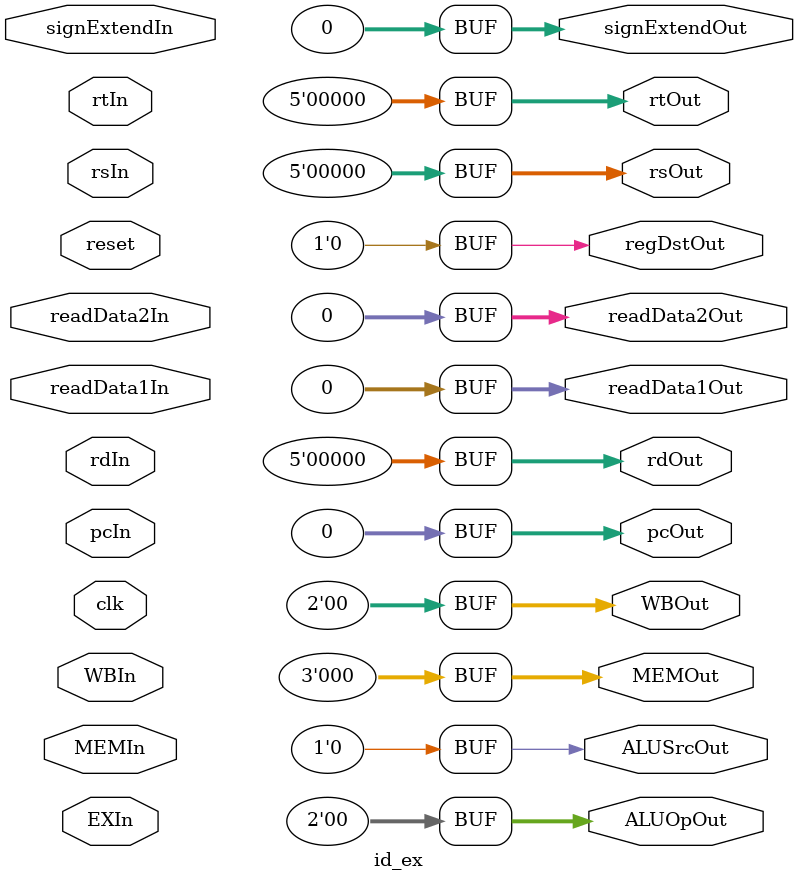
<source format=v>

module id_ex (clk, reset, pcIn, readData1In, readData2In, signExtendIn, rsIn, rtIn, rdIn, WBIn, MEMIn, EXIn,
    pcOut, readData1Out, readData2Out, signExtendOut, rsOut, rtOut, rdOut, WBOut, MEMOut, regDstOut, ALUOpOut, ALUSrcOut);

    // Input wires;
    input clk, reset;
    input [31:0] pcIn, readData1In, readData2In, signExtendIn;
    input [4:0] rsIn, rtIn, rdIn;
    input [1:0] WBIn;
    input [2:0] MEMIn;
    input [3:0] EXIn;

    // Output regs;
    output reg [31:0] pcOut, readData1Out, readData2Out, signExtendOut;
    output reg [4:0] rsOut, rtOut, rdOut;
    output reg [1:0] WBOut;
    output reg [2:0] MEMOut;
    output reg regDstOut;
    output reg [1:0] ALUOpOut;
    output reg ALUSrcOut;

    // Clearing module registers;
    always @(reset) begin
        pcOut <= 32'b0;
        readData1Out <= 32'b0;
        readData2Out <= 32'b0;
        signExtendOut <= 32'b0;
        rsOut <= 5'b0;
        rtOut <= 5'b0;
        rdOut <= 5'b0;
        WBOut <= 2'b0;
        MEMOut <= 3'b0;
        regDstOut <= 0;
        ALUOpOut <= 2'b0;
        ALUSrcOut <= 0;
    end

    // Copying data from the entries to the module's output registers when negedge is happening;
    always @(negedge clk) begin
        pcOut <= pcIn;
        readData1Out <= readData1In;
        readData2Out <= readData2In;
        signExtendOut <= signExtendIn;
        rsOut <= rsIn;
        rtOut <= rtIn;
        rdOut <= rdIn;
        WBOut <= WBIn;
        MEMOut <= MEMIn;
        regDstOut <= EXIn[3];
        ALUOpOut <= {EXIn[2], EXIn[1]};
        ALUSrcOut <= EXIn[0];
    end
endmodule

</source>
